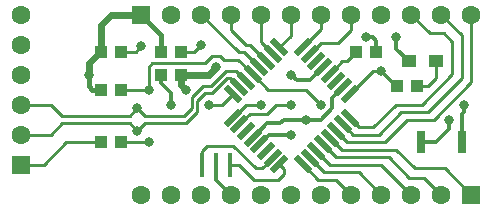
<source format=gtl>
G04 DipTrace 3.3.1.3*
G04 CR19-0914-MP2.GTL*
%MOMM*%
G04 #@! TF.FileFunction,Copper,L1,Top*
G04 #@! TF.Part,Single*
%AMOUTLINE0*
4,1,4,
-0.42426,-0.77782,
-0.77782,-0.42426,
0.42426,0.77782,
0.77782,0.42426,
-0.42426,-0.77782,
0*%
%AMOUTLINE3*
4,1,4,
-0.77782,0.42426,
-0.42426,0.77782,
0.77782,-0.42426,
0.42426,-0.77782,
-0.77782,0.42426,
0*%
%AMOUTLINE6*
4,1,4,
0.55,0.5,
0.55,-0.5,
-0.55,-0.5,
-0.55,0.5,
0.55,0.5,
0*%
%AMOUTLINE9*
4,1,4,
0.375,-0.9,
-0.375,-0.9,
-0.375,0.9,
0.375,0.9,
0.375,-0.9,
0*%
G04 #@! TA.AperFunction,Conductor*
%ADD10C,0.254*%
%ADD13C,0.3048*%
%ADD14C,0.6096*%
%ADD15C,0.4064*%
G04 #@! TA.AperFunction,ComponentPad*
%ADD21R,1.6X1.6*%
%ADD22C,1.6*%
%ADD24R,0.4X2.0*%
%ADD26R,1.1X1.0*%
%ADD27R,1.25X1.1*%
G04 #@! TA.AperFunction,ViaPad*
%ADD28C,0.8*%
%ADD46OUTLINE0*%
%ADD49OUTLINE3*%
%ADD52OUTLINE6*%
%ADD55OUTLINE9*%
%FSLAX35Y35*%
G04*
G71*
G90*
G75*
G01*
G04 Top*
%LPD*%
X2257437Y439594D2*
D10*
X2167093Y349250D1*
X2111377D1*
X1920877Y539750D1*
X1698623D1*
X1658000Y499127D1*
Y381000D1*
X2314005Y383025D2*
X2349500Y347530D1*
Y301627D1*
X2301873Y254000D1*
X2095500D1*
X1968500Y381000D1*
X1898000D1*
X3406750Y1254127D2*
D13*
X3302000Y1358877D1*
Y1460500D1*
X1905000Y127000D2*
X1778000Y254000D1*
Y381000D1*
X1397000Y889000D2*
Y984250D1*
X1312000Y1069250D1*
Y1143000D1*
X2413000Y635000D2*
X2226569D1*
X2144299Y552731D1*
X2413000Y1143000D2*
X2460627Y1095373D1*
X2573805D1*
X2681701Y1203269D1*
X3048000Y1460500D2*
X3103563D1*
X3133000Y1431063D1*
Y1333500D1*
X3873500Y889000D2*
Y825500D1*
X3855500Y807500D1*
Y571500D1*
X2738269Y1146701D2*
D10*
X2845695Y1254127D1*
X2883627D1*
X2963000Y1333500D1*
X804000Y1016000D2*
D15*
X730250D1*
X698500Y1047750D1*
Y1143000D1*
X804000Y1333500D2*
D14*
X793750D1*
X698500Y1238250D1*
Y1143000D1*
X1524000Y1016000D2*
X1482000Y1058000D1*
Y1143000D1*
X1778000Y1206500D2*
X1714500Y1143000D1*
X1482000D1*
X1312000Y1333500D2*
D15*
Y1482000D1*
X1143000Y1651000D1*
D14*
X889000D1*
X804000Y1566000D1*
Y1333500D1*
X2540000Y762000D2*
D13*
X2667000D1*
X2762250Y857250D1*
Y944407D1*
X2851406Y1033563D1*
X2540000Y762000D2*
X2349500D1*
X2317750Y730250D1*
X2208681D1*
X2087731Y609299D1*
Y1146701D2*
D10*
X2218431Y1016000D1*
X2540000D1*
X2667000Y889000D1*
X974000Y571500D2*
X1206500D1*
X974000Y1016000D2*
X1206500D1*
X2087731Y1146701D2*
X1964431Y1270000D1*
X1841500D1*
X1809750Y1301750D1*
X1746250D1*
X1682750Y1238250D1*
X1238250D1*
X1206500Y1206500D1*
Y1016000D1*
X3510500Y571500D2*
D13*
X3635373D1*
X3746500Y682627D1*
Y762000D1*
X2200868Y1259838D2*
D10*
X2063706Y1397000D1*
X2032000D1*
X1905000Y1524000D1*
Y1651000D1*
X1482000Y1333500D2*
X1587500D1*
X1651000Y1397000D1*
X2144299Y1203269D2*
X2014069Y1333500D1*
X1968500D1*
X1651000Y1651000D1*
X974000Y1333500D2*
X1095373D1*
X1143000Y1381127D1*
X804000Y571500D2*
X508000D1*
X317500Y381000D1*
X127000D1*
X2568563Y1316406D2*
X2665034Y1412877D1*
X2809877D1*
X2921000Y1524000D1*
Y1651000D1*
X2511995Y1372975D2*
X2667000Y1527980D1*
Y1651000D1*
X2314005Y1372975D2*
X2413000Y1471970D1*
Y1651000D1*
X2257437Y1316406D2*
X2159000Y1414843D1*
Y1651000D1*
X2031162Y1090132D2*
X1946544Y1174750D1*
X1857373D1*
X1730373Y1047750D1*
X1666873D1*
X1571627Y952503D1*
Y857250D1*
X1508127Y793750D1*
X1174750D1*
X1111250Y857250D1*
X127000Y889000D2*
X381000D1*
X476250Y793750D1*
X1047750D1*
X1111250Y857250D1*
X1974594Y1033563D2*
X1896907Y1111250D1*
X1873250D1*
X1746250Y984250D1*
X1682750D1*
X1619250Y920750D1*
Y825500D1*
X1524000Y730250D1*
X1174750D1*
X1111250Y666750D1*
X127000Y635000D2*
X381000D1*
X476250Y730250D1*
X1047750D1*
X1111250Y666750D1*
X1918025Y976995D2*
X1830030Y889000D1*
X1714500D1*
X1918025Y779005D2*
X2028020Y889000D1*
X2159000D1*
X2413000D2*
X2286000D1*
X2206627Y809627D1*
X2061784D1*
X1974594Y722437D1*
X2511995Y383025D2*
X2641020Y254000D1*
X2794000D1*
X2921000Y127000D1*
X2568563Y439594D2*
X2690657Y317500D1*
X2984500D1*
X3175000Y127000D1*
X2625132Y496162D2*
X2740294Y381000D1*
X3175000D1*
X3429000Y127000D1*
X2681701Y552731D2*
X2789931Y444500D1*
X3238500D1*
X3413127Y269873D1*
X3540127D1*
X3683000Y127000D1*
X2738269Y609299D2*
X2839569Y508000D1*
X3302000D1*
X3460750Y349250D1*
X3714750D1*
X3937000Y127000D1*
X2794838Y665868D2*
X2889206Y571500D1*
X3204527D1*
X3395027Y762000D1*
X3619500D1*
X3937000Y1079500D1*
Y1651000D1*
X2851406Y722437D2*
X2938843Y635000D1*
X3155790D1*
X3346290Y825500D1*
X3570763D1*
X3857627Y1112363D1*
Y1476373D1*
X3683000Y1651000D1*
X2907975Y779005D2*
X2988480Y698500D1*
X3107053D1*
X3297553Y889000D1*
X3522027D1*
X3778250Y1145223D1*
Y1417827D1*
X3703827Y1492250D1*
X3587750D1*
X3429000Y1651000D1*
X2907975Y976995D2*
X3105730Y1174750D1*
X3175000D1*
X3302000Y1047750D1*
X3312250D1*
X3482250D2*
X3571873D1*
X3641750Y1117627D1*
Y1254127D1*
D28*
X1651000Y1397000D3*
X1143000Y1381127D3*
X698500Y1143000D3*
X1714500Y889000D3*
X2159000D3*
X2413000D3*
X2667000D3*
X3746500Y762000D3*
X1206500Y571500D3*
Y1016000D3*
X3175000Y1174750D3*
X2540000Y762000D3*
X1524000Y1016000D3*
X2413000Y1143000D3*
X3873500Y889000D3*
X1111250Y666750D3*
X3302000Y1460500D3*
X3048000D3*
X1111250Y857250D3*
X1397000Y889000D3*
X1778000Y1206500D3*
X2413000Y635000D3*
D46*
X1918025Y779005D3*
X1974594Y722437D3*
X2031162Y665868D3*
X2087731Y609299D3*
X2144299Y552731D3*
X2200868Y496162D3*
X2257437Y439594D3*
X2314005Y383025D3*
D49*
X2511995D3*
X2568563Y439594D3*
X2625132Y496162D3*
X2681701Y552731D3*
X2738269Y609299D3*
X2794838Y665868D3*
X2851406Y722437D3*
X2907975Y779005D3*
D46*
Y976995D3*
X2851406Y1033563D3*
X2794838Y1090132D3*
X2738269Y1146701D3*
X2681701Y1203269D3*
X2625132Y1259838D3*
X2568563Y1316406D3*
X2511995Y1372975D3*
D49*
X2314005D3*
X2257437Y1316406D3*
X2200868Y1259838D3*
X2144299Y1203269D3*
X2087731Y1146701D3*
X2031162Y1090132D3*
X1974594Y1033563D3*
X1918025Y976995D3*
D21*
X3937000Y127000D3*
D22*
X3683000D3*
X3429000D3*
X3175000D3*
X2921000D3*
X2667000D3*
X2413000D3*
X2159000D3*
X1905000D3*
X1651000D3*
X1397000D3*
X1143000D3*
D21*
Y1651000D3*
D22*
X1397000D3*
X1651000D3*
X1905000D3*
X2159000D3*
X2413000D3*
X2667000D3*
X2921000D3*
X3175000D3*
X3429000D3*
X3683000D3*
X3937000D3*
D21*
X127000Y381000D3*
D22*
Y635000D3*
Y889000D3*
Y1143000D3*
Y1397000D3*
Y1651000D3*
D24*
X1658000Y381000D3*
X1778000D3*
X1898000D3*
D52*
X2963000Y1333500D3*
X3133000D3*
D26*
X804000Y1016000D3*
X974000D3*
D55*
X3510500Y571500D3*
X3855500D3*
D26*
X804000D3*
X974000D3*
X1312000Y1333500D3*
X1482000D3*
X804000D3*
X974000D3*
X3312250Y1047750D3*
X3482250D3*
D27*
X3641750Y1254127D3*
X3406750D3*
D26*
X1482000Y1143000D3*
X1312000D3*
M02*

</source>
